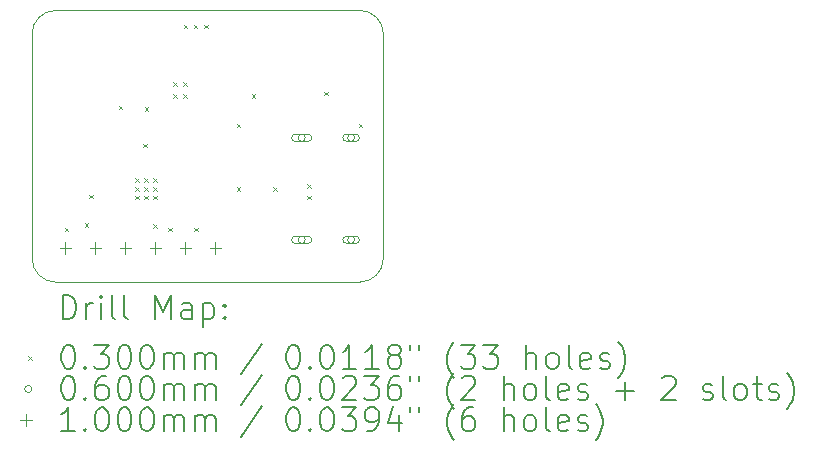
<source format=gbr>
%TF.GenerationSoftware,KiCad,Pcbnew,9.0.1*%
%TF.CreationDate,2025-04-15T14:17:50+12:00*%
%TF.ProjectId,ESPFlash,45535046-6c61-4736-982e-6b696361645f,rev?*%
%TF.SameCoordinates,Original*%
%TF.FileFunction,Drillmap*%
%TF.FilePolarity,Positive*%
%FSLAX45Y45*%
G04 Gerber Fmt 4.5, Leading zero omitted, Abs format (unit mm)*
G04 Created by KiCad (PCBNEW 9.0.1) date 2025-04-15 14:17:50*
%MOMM*%
%LPD*%
G01*
G04 APERTURE LIST*
%ADD10C,0.038100*%
%ADD11C,0.010000*%
%ADD12C,0.200000*%
%ADD13C,0.100000*%
G04 APERTURE END LIST*
D10*
X6675000Y-4225000D02*
G75*
G02*
X6475000Y-4425000I-200000J0D01*
G01*
X6475000Y-4425000D02*
X3900000Y-4425000D01*
X6675000Y-2325000D02*
X6675000Y-4225000D01*
X3700000Y-4225000D02*
X3700000Y-2325000D01*
X3900000Y-2125000D02*
X6475000Y-2125000D01*
X3700000Y-2325000D02*
G75*
G02*
X3900000Y-2125000I200000J0D01*
G01*
X3900000Y-4425000D02*
G75*
G02*
X3700000Y-4225000I0J200000D01*
G01*
X6475000Y-2125000D02*
G75*
G02*
X6675000Y-2325000I0J-200000D01*
G01*
D11*
X6361250Y-3173250D02*
X6441250Y-3173250D01*
X6361250Y-4037250D02*
X6441250Y-4037250D01*
X6441250Y-3233250D02*
X6361250Y-3233250D01*
X6441250Y-4097250D02*
X6361250Y-4097250D01*
X6331250Y-3203250D02*
G75*
G02*
X6361250Y-3173250I30000J0D01*
G01*
X6331250Y-4067250D02*
G75*
G02*
X6361250Y-4037250I30000J0D01*
G01*
X6361250Y-3233250D02*
G75*
G02*
X6331250Y-3203250I0J30000D01*
G01*
X6361250Y-4097250D02*
G75*
G02*
X6331250Y-4067250I0J30000D01*
G01*
X6441250Y-3173250D02*
G75*
G02*
X6471250Y-3203250I0J-30000D01*
G01*
X6441250Y-4037250D02*
G75*
G02*
X6471250Y-4067250I0J-30000D01*
G01*
X6471250Y-3203250D02*
G75*
G02*
X6441250Y-3233250I-30000J0D01*
G01*
X6471250Y-4067250D02*
G75*
G02*
X6441250Y-4097250I-30000J0D01*
G01*
D12*
D13*
X3975000Y-3965000D02*
X4005000Y-3995000D01*
X4005000Y-3965000D02*
X3975000Y-3995000D01*
X4145000Y-3925000D02*
X4175000Y-3955000D01*
X4175000Y-3925000D02*
X4145000Y-3955000D01*
X4185000Y-3685000D02*
X4215000Y-3715000D01*
X4215000Y-3685000D02*
X4185000Y-3715000D01*
X4432500Y-2932500D02*
X4462500Y-2962500D01*
X4462500Y-2932500D02*
X4432500Y-2962500D01*
X4575000Y-3545000D02*
X4605000Y-3575000D01*
X4605000Y-3545000D02*
X4575000Y-3575000D01*
X4575000Y-3620000D02*
X4605000Y-3650000D01*
X4605000Y-3620000D02*
X4575000Y-3650000D01*
X4575000Y-3695000D02*
X4605000Y-3725000D01*
X4605000Y-3695000D02*
X4575000Y-3725000D01*
X4640000Y-3252500D02*
X4670000Y-3282500D01*
X4670000Y-3252500D02*
X4640000Y-3282500D01*
X4650000Y-3545000D02*
X4680000Y-3575000D01*
X4680000Y-3545000D02*
X4650000Y-3575000D01*
X4650000Y-3695000D02*
X4680000Y-3725000D01*
X4680000Y-3695000D02*
X4650000Y-3725000D01*
X4651250Y-3620000D02*
X4681250Y-3650000D01*
X4681250Y-3620000D02*
X4651250Y-3650000D01*
X4656000Y-2947000D02*
X4686000Y-2977000D01*
X4686000Y-2947000D02*
X4656000Y-2977000D01*
X4725000Y-3545000D02*
X4755000Y-3575000D01*
X4755000Y-3545000D02*
X4725000Y-3575000D01*
X4725000Y-3620000D02*
X4755000Y-3650000D01*
X4755000Y-3620000D02*
X4725000Y-3650000D01*
X4725000Y-3695000D02*
X4755000Y-3725000D01*
X4755000Y-3695000D02*
X4725000Y-3725000D01*
X4727500Y-3935000D02*
X4757500Y-3965000D01*
X4757500Y-3935000D02*
X4727500Y-3965000D01*
X4855000Y-3965000D02*
X4885000Y-3995000D01*
X4885000Y-3965000D02*
X4855000Y-3995000D01*
X4895000Y-2735000D02*
X4925000Y-2765000D01*
X4925000Y-2735000D02*
X4895000Y-2765000D01*
X4895000Y-2832500D02*
X4925000Y-2862500D01*
X4925000Y-2832500D02*
X4895000Y-2862500D01*
X4982500Y-2735000D02*
X5012500Y-2765000D01*
X5012500Y-2735000D02*
X4982500Y-2765000D01*
X4982500Y-2832500D02*
X5012500Y-2862500D01*
X5012500Y-2832500D02*
X4982500Y-2862500D01*
X4985000Y-2245000D02*
X5015000Y-2275000D01*
X5015000Y-2245000D02*
X4985000Y-2275000D01*
X5070000Y-2245000D02*
X5100000Y-2275000D01*
X5100000Y-2245000D02*
X5070000Y-2275000D01*
X5075000Y-3965000D02*
X5105000Y-3995000D01*
X5105000Y-3965000D02*
X5075000Y-3995000D01*
X5157500Y-2245000D02*
X5187500Y-2275000D01*
X5187500Y-2245000D02*
X5157500Y-2275000D01*
X5435000Y-3085000D02*
X5465000Y-3115000D01*
X5465000Y-3085000D02*
X5435000Y-3115000D01*
X5435000Y-3620000D02*
X5465000Y-3650000D01*
X5465000Y-3620000D02*
X5435000Y-3650000D01*
X5560000Y-2835000D02*
X5590000Y-2865000D01*
X5590000Y-2835000D02*
X5560000Y-2865000D01*
X5740000Y-3622311D02*
X5770000Y-3652311D01*
X5770000Y-3622311D02*
X5740000Y-3652311D01*
X6030000Y-3595000D02*
X6060000Y-3625000D01*
X6060000Y-3595000D02*
X6030000Y-3625000D01*
X6030000Y-3695000D02*
X6060000Y-3725000D01*
X6060000Y-3695000D02*
X6030000Y-3725000D01*
X6175000Y-2815000D02*
X6205000Y-2845000D01*
X6205000Y-2815000D02*
X6175000Y-2845000D01*
X6465000Y-3085000D02*
X6495000Y-3115000D01*
X6495000Y-3085000D02*
X6465000Y-3115000D01*
X6013250Y-3203250D02*
G75*
G02*
X5953250Y-3203250I-30000J0D01*
G01*
X5953250Y-3203250D02*
G75*
G02*
X6013250Y-3203250I30000J0D01*
G01*
X5928250Y-3233250D02*
X6038250Y-3233250D01*
X6038250Y-3173250D02*
G75*
G02*
X6038250Y-3233250I0J-30000D01*
G01*
X6038250Y-3173250D02*
X5928250Y-3173250D01*
X5928250Y-3173250D02*
G75*
G03*
X5928250Y-3233250I0J-30000D01*
G01*
X6013250Y-4067250D02*
G75*
G02*
X5953250Y-4067250I-30000J0D01*
G01*
X5953250Y-4067250D02*
G75*
G02*
X6013250Y-4067250I30000J0D01*
G01*
X5928250Y-4097250D02*
X6038250Y-4097250D01*
X6038250Y-4037250D02*
G75*
G02*
X6038250Y-4097250I0J-30000D01*
G01*
X6038250Y-4037250D02*
X5928250Y-4037250D01*
X5928250Y-4037250D02*
G75*
G03*
X5928250Y-4097250I0J-30000D01*
G01*
X6431250Y-3203250D02*
G75*
G02*
X6371250Y-3203250I-30000J0D01*
G01*
X6371250Y-3203250D02*
G75*
G02*
X6431250Y-3203250I30000J0D01*
G01*
X6431250Y-4067250D02*
G75*
G02*
X6371250Y-4067250I-30000J0D01*
G01*
X6371250Y-4067250D02*
G75*
G02*
X6431250Y-4067250I30000J0D01*
G01*
X3983000Y-4085000D02*
X3983000Y-4185000D01*
X3933000Y-4135000D02*
X4033000Y-4135000D01*
X4237000Y-4085000D02*
X4237000Y-4185000D01*
X4187000Y-4135000D02*
X4287000Y-4135000D01*
X4491000Y-4085000D02*
X4491000Y-4185000D01*
X4441000Y-4135000D02*
X4541000Y-4135000D01*
X4745000Y-4085000D02*
X4745000Y-4185000D01*
X4695000Y-4135000D02*
X4795000Y-4135000D01*
X4999000Y-4085000D02*
X4999000Y-4185000D01*
X4949000Y-4135000D02*
X5049000Y-4135000D01*
X5253000Y-4085000D02*
X5253000Y-4185000D01*
X5203000Y-4135000D02*
X5303000Y-4135000D01*
D12*
X3958872Y-4738389D02*
X3958872Y-4538389D01*
X3958872Y-4538389D02*
X4006491Y-4538389D01*
X4006491Y-4538389D02*
X4035062Y-4547913D01*
X4035062Y-4547913D02*
X4054110Y-4566960D01*
X4054110Y-4566960D02*
X4063634Y-4586008D01*
X4063634Y-4586008D02*
X4073157Y-4624103D01*
X4073157Y-4624103D02*
X4073157Y-4652675D01*
X4073157Y-4652675D02*
X4063634Y-4690770D01*
X4063634Y-4690770D02*
X4054110Y-4709817D01*
X4054110Y-4709817D02*
X4035062Y-4728865D01*
X4035062Y-4728865D02*
X4006491Y-4738389D01*
X4006491Y-4738389D02*
X3958872Y-4738389D01*
X4158872Y-4738389D02*
X4158872Y-4605055D01*
X4158872Y-4643151D02*
X4168396Y-4624103D01*
X4168396Y-4624103D02*
X4177919Y-4614579D01*
X4177919Y-4614579D02*
X4196967Y-4605055D01*
X4196967Y-4605055D02*
X4216015Y-4605055D01*
X4282681Y-4738389D02*
X4282681Y-4605055D01*
X4282681Y-4538389D02*
X4273158Y-4547913D01*
X4273158Y-4547913D02*
X4282681Y-4557436D01*
X4282681Y-4557436D02*
X4292205Y-4547913D01*
X4292205Y-4547913D02*
X4282681Y-4538389D01*
X4282681Y-4538389D02*
X4282681Y-4557436D01*
X4406491Y-4738389D02*
X4387443Y-4728865D01*
X4387443Y-4728865D02*
X4377919Y-4709817D01*
X4377919Y-4709817D02*
X4377919Y-4538389D01*
X4511253Y-4738389D02*
X4492205Y-4728865D01*
X4492205Y-4728865D02*
X4482681Y-4709817D01*
X4482681Y-4709817D02*
X4482681Y-4538389D01*
X4739824Y-4738389D02*
X4739824Y-4538389D01*
X4739824Y-4538389D02*
X4806491Y-4681246D01*
X4806491Y-4681246D02*
X4873158Y-4538389D01*
X4873158Y-4538389D02*
X4873158Y-4738389D01*
X5054110Y-4738389D02*
X5054110Y-4633627D01*
X5054110Y-4633627D02*
X5044586Y-4614579D01*
X5044586Y-4614579D02*
X5025539Y-4605055D01*
X5025539Y-4605055D02*
X4987443Y-4605055D01*
X4987443Y-4605055D02*
X4968396Y-4614579D01*
X5054110Y-4728865D02*
X5035062Y-4738389D01*
X5035062Y-4738389D02*
X4987443Y-4738389D01*
X4987443Y-4738389D02*
X4968396Y-4728865D01*
X4968396Y-4728865D02*
X4958872Y-4709817D01*
X4958872Y-4709817D02*
X4958872Y-4690770D01*
X4958872Y-4690770D02*
X4968396Y-4671722D01*
X4968396Y-4671722D02*
X4987443Y-4662198D01*
X4987443Y-4662198D02*
X5035062Y-4662198D01*
X5035062Y-4662198D02*
X5054110Y-4652675D01*
X5149348Y-4605055D02*
X5149348Y-4805055D01*
X5149348Y-4614579D02*
X5168396Y-4605055D01*
X5168396Y-4605055D02*
X5206491Y-4605055D01*
X5206491Y-4605055D02*
X5225539Y-4614579D01*
X5225539Y-4614579D02*
X5235062Y-4624103D01*
X5235062Y-4624103D02*
X5244586Y-4643151D01*
X5244586Y-4643151D02*
X5244586Y-4700294D01*
X5244586Y-4700294D02*
X5235062Y-4719341D01*
X5235062Y-4719341D02*
X5225539Y-4728865D01*
X5225539Y-4728865D02*
X5206491Y-4738389D01*
X5206491Y-4738389D02*
X5168396Y-4738389D01*
X5168396Y-4738389D02*
X5149348Y-4728865D01*
X5330300Y-4719341D02*
X5339824Y-4728865D01*
X5339824Y-4728865D02*
X5330300Y-4738389D01*
X5330300Y-4738389D02*
X5320777Y-4728865D01*
X5320777Y-4728865D02*
X5330300Y-4719341D01*
X5330300Y-4719341D02*
X5330300Y-4738389D01*
X5330300Y-4614579D02*
X5339824Y-4624103D01*
X5339824Y-4624103D02*
X5330300Y-4633627D01*
X5330300Y-4633627D02*
X5320777Y-4624103D01*
X5320777Y-4624103D02*
X5330300Y-4614579D01*
X5330300Y-4614579D02*
X5330300Y-4633627D01*
D13*
X3668095Y-5051905D02*
X3698095Y-5081905D01*
X3698095Y-5051905D02*
X3668095Y-5081905D01*
D12*
X3996967Y-4958389D02*
X4016015Y-4958389D01*
X4016015Y-4958389D02*
X4035062Y-4967913D01*
X4035062Y-4967913D02*
X4044586Y-4977436D01*
X4044586Y-4977436D02*
X4054110Y-4996484D01*
X4054110Y-4996484D02*
X4063634Y-5034579D01*
X4063634Y-5034579D02*
X4063634Y-5082198D01*
X4063634Y-5082198D02*
X4054110Y-5120294D01*
X4054110Y-5120294D02*
X4044586Y-5139341D01*
X4044586Y-5139341D02*
X4035062Y-5148865D01*
X4035062Y-5148865D02*
X4016015Y-5158389D01*
X4016015Y-5158389D02*
X3996967Y-5158389D01*
X3996967Y-5158389D02*
X3977919Y-5148865D01*
X3977919Y-5148865D02*
X3968396Y-5139341D01*
X3968396Y-5139341D02*
X3958872Y-5120294D01*
X3958872Y-5120294D02*
X3949348Y-5082198D01*
X3949348Y-5082198D02*
X3949348Y-5034579D01*
X3949348Y-5034579D02*
X3958872Y-4996484D01*
X3958872Y-4996484D02*
X3968396Y-4977436D01*
X3968396Y-4977436D02*
X3977919Y-4967913D01*
X3977919Y-4967913D02*
X3996967Y-4958389D01*
X4149348Y-5139341D02*
X4158872Y-5148865D01*
X4158872Y-5148865D02*
X4149348Y-5158389D01*
X4149348Y-5158389D02*
X4139824Y-5148865D01*
X4139824Y-5148865D02*
X4149348Y-5139341D01*
X4149348Y-5139341D02*
X4149348Y-5158389D01*
X4225539Y-4958389D02*
X4349348Y-4958389D01*
X4349348Y-4958389D02*
X4282681Y-5034579D01*
X4282681Y-5034579D02*
X4311253Y-5034579D01*
X4311253Y-5034579D02*
X4330300Y-5044103D01*
X4330300Y-5044103D02*
X4339824Y-5053627D01*
X4339824Y-5053627D02*
X4349348Y-5072675D01*
X4349348Y-5072675D02*
X4349348Y-5120294D01*
X4349348Y-5120294D02*
X4339824Y-5139341D01*
X4339824Y-5139341D02*
X4330300Y-5148865D01*
X4330300Y-5148865D02*
X4311253Y-5158389D01*
X4311253Y-5158389D02*
X4254110Y-5158389D01*
X4254110Y-5158389D02*
X4235062Y-5148865D01*
X4235062Y-5148865D02*
X4225539Y-5139341D01*
X4473158Y-4958389D02*
X4492205Y-4958389D01*
X4492205Y-4958389D02*
X4511253Y-4967913D01*
X4511253Y-4967913D02*
X4520777Y-4977436D01*
X4520777Y-4977436D02*
X4530300Y-4996484D01*
X4530300Y-4996484D02*
X4539824Y-5034579D01*
X4539824Y-5034579D02*
X4539824Y-5082198D01*
X4539824Y-5082198D02*
X4530300Y-5120294D01*
X4530300Y-5120294D02*
X4520777Y-5139341D01*
X4520777Y-5139341D02*
X4511253Y-5148865D01*
X4511253Y-5148865D02*
X4492205Y-5158389D01*
X4492205Y-5158389D02*
X4473158Y-5158389D01*
X4473158Y-5158389D02*
X4454110Y-5148865D01*
X4454110Y-5148865D02*
X4444586Y-5139341D01*
X4444586Y-5139341D02*
X4435062Y-5120294D01*
X4435062Y-5120294D02*
X4425539Y-5082198D01*
X4425539Y-5082198D02*
X4425539Y-5034579D01*
X4425539Y-5034579D02*
X4435062Y-4996484D01*
X4435062Y-4996484D02*
X4444586Y-4977436D01*
X4444586Y-4977436D02*
X4454110Y-4967913D01*
X4454110Y-4967913D02*
X4473158Y-4958389D01*
X4663634Y-4958389D02*
X4682681Y-4958389D01*
X4682681Y-4958389D02*
X4701729Y-4967913D01*
X4701729Y-4967913D02*
X4711253Y-4977436D01*
X4711253Y-4977436D02*
X4720777Y-4996484D01*
X4720777Y-4996484D02*
X4730300Y-5034579D01*
X4730300Y-5034579D02*
X4730300Y-5082198D01*
X4730300Y-5082198D02*
X4720777Y-5120294D01*
X4720777Y-5120294D02*
X4711253Y-5139341D01*
X4711253Y-5139341D02*
X4701729Y-5148865D01*
X4701729Y-5148865D02*
X4682681Y-5158389D01*
X4682681Y-5158389D02*
X4663634Y-5158389D01*
X4663634Y-5158389D02*
X4644586Y-5148865D01*
X4644586Y-5148865D02*
X4635062Y-5139341D01*
X4635062Y-5139341D02*
X4625539Y-5120294D01*
X4625539Y-5120294D02*
X4616015Y-5082198D01*
X4616015Y-5082198D02*
X4616015Y-5034579D01*
X4616015Y-5034579D02*
X4625539Y-4996484D01*
X4625539Y-4996484D02*
X4635062Y-4977436D01*
X4635062Y-4977436D02*
X4644586Y-4967913D01*
X4644586Y-4967913D02*
X4663634Y-4958389D01*
X4816015Y-5158389D02*
X4816015Y-5025055D01*
X4816015Y-5044103D02*
X4825539Y-5034579D01*
X4825539Y-5034579D02*
X4844586Y-5025055D01*
X4844586Y-5025055D02*
X4873158Y-5025055D01*
X4873158Y-5025055D02*
X4892205Y-5034579D01*
X4892205Y-5034579D02*
X4901729Y-5053627D01*
X4901729Y-5053627D02*
X4901729Y-5158389D01*
X4901729Y-5053627D02*
X4911253Y-5034579D01*
X4911253Y-5034579D02*
X4930300Y-5025055D01*
X4930300Y-5025055D02*
X4958872Y-5025055D01*
X4958872Y-5025055D02*
X4977920Y-5034579D01*
X4977920Y-5034579D02*
X4987443Y-5053627D01*
X4987443Y-5053627D02*
X4987443Y-5158389D01*
X5082681Y-5158389D02*
X5082681Y-5025055D01*
X5082681Y-5044103D02*
X5092205Y-5034579D01*
X5092205Y-5034579D02*
X5111253Y-5025055D01*
X5111253Y-5025055D02*
X5139824Y-5025055D01*
X5139824Y-5025055D02*
X5158872Y-5034579D01*
X5158872Y-5034579D02*
X5168396Y-5053627D01*
X5168396Y-5053627D02*
X5168396Y-5158389D01*
X5168396Y-5053627D02*
X5177920Y-5034579D01*
X5177920Y-5034579D02*
X5196967Y-5025055D01*
X5196967Y-5025055D02*
X5225539Y-5025055D01*
X5225539Y-5025055D02*
X5244586Y-5034579D01*
X5244586Y-5034579D02*
X5254110Y-5053627D01*
X5254110Y-5053627D02*
X5254110Y-5158389D01*
X5644586Y-4948865D02*
X5473158Y-5206008D01*
X5901729Y-4958389D02*
X5920777Y-4958389D01*
X5920777Y-4958389D02*
X5939824Y-4967913D01*
X5939824Y-4967913D02*
X5949348Y-4977436D01*
X5949348Y-4977436D02*
X5958872Y-4996484D01*
X5958872Y-4996484D02*
X5968396Y-5034579D01*
X5968396Y-5034579D02*
X5968396Y-5082198D01*
X5968396Y-5082198D02*
X5958872Y-5120294D01*
X5958872Y-5120294D02*
X5949348Y-5139341D01*
X5949348Y-5139341D02*
X5939824Y-5148865D01*
X5939824Y-5148865D02*
X5920777Y-5158389D01*
X5920777Y-5158389D02*
X5901729Y-5158389D01*
X5901729Y-5158389D02*
X5882681Y-5148865D01*
X5882681Y-5148865D02*
X5873158Y-5139341D01*
X5873158Y-5139341D02*
X5863634Y-5120294D01*
X5863634Y-5120294D02*
X5854110Y-5082198D01*
X5854110Y-5082198D02*
X5854110Y-5034579D01*
X5854110Y-5034579D02*
X5863634Y-4996484D01*
X5863634Y-4996484D02*
X5873158Y-4977436D01*
X5873158Y-4977436D02*
X5882681Y-4967913D01*
X5882681Y-4967913D02*
X5901729Y-4958389D01*
X6054110Y-5139341D02*
X6063634Y-5148865D01*
X6063634Y-5148865D02*
X6054110Y-5158389D01*
X6054110Y-5158389D02*
X6044586Y-5148865D01*
X6044586Y-5148865D02*
X6054110Y-5139341D01*
X6054110Y-5139341D02*
X6054110Y-5158389D01*
X6187443Y-4958389D02*
X6206491Y-4958389D01*
X6206491Y-4958389D02*
X6225539Y-4967913D01*
X6225539Y-4967913D02*
X6235062Y-4977436D01*
X6235062Y-4977436D02*
X6244586Y-4996484D01*
X6244586Y-4996484D02*
X6254110Y-5034579D01*
X6254110Y-5034579D02*
X6254110Y-5082198D01*
X6254110Y-5082198D02*
X6244586Y-5120294D01*
X6244586Y-5120294D02*
X6235062Y-5139341D01*
X6235062Y-5139341D02*
X6225539Y-5148865D01*
X6225539Y-5148865D02*
X6206491Y-5158389D01*
X6206491Y-5158389D02*
X6187443Y-5158389D01*
X6187443Y-5158389D02*
X6168396Y-5148865D01*
X6168396Y-5148865D02*
X6158872Y-5139341D01*
X6158872Y-5139341D02*
X6149348Y-5120294D01*
X6149348Y-5120294D02*
X6139824Y-5082198D01*
X6139824Y-5082198D02*
X6139824Y-5034579D01*
X6139824Y-5034579D02*
X6149348Y-4996484D01*
X6149348Y-4996484D02*
X6158872Y-4977436D01*
X6158872Y-4977436D02*
X6168396Y-4967913D01*
X6168396Y-4967913D02*
X6187443Y-4958389D01*
X6444586Y-5158389D02*
X6330301Y-5158389D01*
X6387443Y-5158389D02*
X6387443Y-4958389D01*
X6387443Y-4958389D02*
X6368396Y-4986960D01*
X6368396Y-4986960D02*
X6349348Y-5006008D01*
X6349348Y-5006008D02*
X6330301Y-5015532D01*
X6635062Y-5158389D02*
X6520777Y-5158389D01*
X6577920Y-5158389D02*
X6577920Y-4958389D01*
X6577920Y-4958389D02*
X6558872Y-4986960D01*
X6558872Y-4986960D02*
X6539824Y-5006008D01*
X6539824Y-5006008D02*
X6520777Y-5015532D01*
X6749348Y-5044103D02*
X6730301Y-5034579D01*
X6730301Y-5034579D02*
X6720777Y-5025055D01*
X6720777Y-5025055D02*
X6711253Y-5006008D01*
X6711253Y-5006008D02*
X6711253Y-4996484D01*
X6711253Y-4996484D02*
X6720777Y-4977436D01*
X6720777Y-4977436D02*
X6730301Y-4967913D01*
X6730301Y-4967913D02*
X6749348Y-4958389D01*
X6749348Y-4958389D02*
X6787443Y-4958389D01*
X6787443Y-4958389D02*
X6806491Y-4967913D01*
X6806491Y-4967913D02*
X6816015Y-4977436D01*
X6816015Y-4977436D02*
X6825539Y-4996484D01*
X6825539Y-4996484D02*
X6825539Y-5006008D01*
X6825539Y-5006008D02*
X6816015Y-5025055D01*
X6816015Y-5025055D02*
X6806491Y-5034579D01*
X6806491Y-5034579D02*
X6787443Y-5044103D01*
X6787443Y-5044103D02*
X6749348Y-5044103D01*
X6749348Y-5044103D02*
X6730301Y-5053627D01*
X6730301Y-5053627D02*
X6720777Y-5063151D01*
X6720777Y-5063151D02*
X6711253Y-5082198D01*
X6711253Y-5082198D02*
X6711253Y-5120294D01*
X6711253Y-5120294D02*
X6720777Y-5139341D01*
X6720777Y-5139341D02*
X6730301Y-5148865D01*
X6730301Y-5148865D02*
X6749348Y-5158389D01*
X6749348Y-5158389D02*
X6787443Y-5158389D01*
X6787443Y-5158389D02*
X6806491Y-5148865D01*
X6806491Y-5148865D02*
X6816015Y-5139341D01*
X6816015Y-5139341D02*
X6825539Y-5120294D01*
X6825539Y-5120294D02*
X6825539Y-5082198D01*
X6825539Y-5082198D02*
X6816015Y-5063151D01*
X6816015Y-5063151D02*
X6806491Y-5053627D01*
X6806491Y-5053627D02*
X6787443Y-5044103D01*
X6901729Y-4958389D02*
X6901729Y-4996484D01*
X6977920Y-4958389D02*
X6977920Y-4996484D01*
X7273158Y-5234579D02*
X7263634Y-5225055D01*
X7263634Y-5225055D02*
X7244586Y-5196484D01*
X7244586Y-5196484D02*
X7235063Y-5177436D01*
X7235063Y-5177436D02*
X7225539Y-5148865D01*
X7225539Y-5148865D02*
X7216015Y-5101246D01*
X7216015Y-5101246D02*
X7216015Y-5063151D01*
X7216015Y-5063151D02*
X7225539Y-5015532D01*
X7225539Y-5015532D02*
X7235063Y-4986960D01*
X7235063Y-4986960D02*
X7244586Y-4967913D01*
X7244586Y-4967913D02*
X7263634Y-4939341D01*
X7263634Y-4939341D02*
X7273158Y-4929817D01*
X7330301Y-4958389D02*
X7454110Y-4958389D01*
X7454110Y-4958389D02*
X7387443Y-5034579D01*
X7387443Y-5034579D02*
X7416015Y-5034579D01*
X7416015Y-5034579D02*
X7435063Y-5044103D01*
X7435063Y-5044103D02*
X7444586Y-5053627D01*
X7444586Y-5053627D02*
X7454110Y-5072675D01*
X7454110Y-5072675D02*
X7454110Y-5120294D01*
X7454110Y-5120294D02*
X7444586Y-5139341D01*
X7444586Y-5139341D02*
X7435063Y-5148865D01*
X7435063Y-5148865D02*
X7416015Y-5158389D01*
X7416015Y-5158389D02*
X7358872Y-5158389D01*
X7358872Y-5158389D02*
X7339824Y-5148865D01*
X7339824Y-5148865D02*
X7330301Y-5139341D01*
X7520777Y-4958389D02*
X7644586Y-4958389D01*
X7644586Y-4958389D02*
X7577920Y-5034579D01*
X7577920Y-5034579D02*
X7606491Y-5034579D01*
X7606491Y-5034579D02*
X7625539Y-5044103D01*
X7625539Y-5044103D02*
X7635063Y-5053627D01*
X7635063Y-5053627D02*
X7644586Y-5072675D01*
X7644586Y-5072675D02*
X7644586Y-5120294D01*
X7644586Y-5120294D02*
X7635063Y-5139341D01*
X7635063Y-5139341D02*
X7625539Y-5148865D01*
X7625539Y-5148865D02*
X7606491Y-5158389D01*
X7606491Y-5158389D02*
X7549348Y-5158389D01*
X7549348Y-5158389D02*
X7530301Y-5148865D01*
X7530301Y-5148865D02*
X7520777Y-5139341D01*
X7882682Y-5158389D02*
X7882682Y-4958389D01*
X7968396Y-5158389D02*
X7968396Y-5053627D01*
X7968396Y-5053627D02*
X7958872Y-5034579D01*
X7958872Y-5034579D02*
X7939825Y-5025055D01*
X7939825Y-5025055D02*
X7911253Y-5025055D01*
X7911253Y-5025055D02*
X7892205Y-5034579D01*
X7892205Y-5034579D02*
X7882682Y-5044103D01*
X8092205Y-5158389D02*
X8073158Y-5148865D01*
X8073158Y-5148865D02*
X8063634Y-5139341D01*
X8063634Y-5139341D02*
X8054110Y-5120294D01*
X8054110Y-5120294D02*
X8054110Y-5063151D01*
X8054110Y-5063151D02*
X8063634Y-5044103D01*
X8063634Y-5044103D02*
X8073158Y-5034579D01*
X8073158Y-5034579D02*
X8092205Y-5025055D01*
X8092205Y-5025055D02*
X8120777Y-5025055D01*
X8120777Y-5025055D02*
X8139825Y-5034579D01*
X8139825Y-5034579D02*
X8149348Y-5044103D01*
X8149348Y-5044103D02*
X8158872Y-5063151D01*
X8158872Y-5063151D02*
X8158872Y-5120294D01*
X8158872Y-5120294D02*
X8149348Y-5139341D01*
X8149348Y-5139341D02*
X8139825Y-5148865D01*
X8139825Y-5148865D02*
X8120777Y-5158389D01*
X8120777Y-5158389D02*
X8092205Y-5158389D01*
X8273158Y-5158389D02*
X8254110Y-5148865D01*
X8254110Y-5148865D02*
X8244586Y-5129817D01*
X8244586Y-5129817D02*
X8244586Y-4958389D01*
X8425539Y-5148865D02*
X8406491Y-5158389D01*
X8406491Y-5158389D02*
X8368396Y-5158389D01*
X8368396Y-5158389D02*
X8349348Y-5148865D01*
X8349348Y-5148865D02*
X8339825Y-5129817D01*
X8339825Y-5129817D02*
X8339825Y-5053627D01*
X8339825Y-5053627D02*
X8349348Y-5034579D01*
X8349348Y-5034579D02*
X8368396Y-5025055D01*
X8368396Y-5025055D02*
X8406491Y-5025055D01*
X8406491Y-5025055D02*
X8425539Y-5034579D01*
X8425539Y-5034579D02*
X8435063Y-5053627D01*
X8435063Y-5053627D02*
X8435063Y-5072675D01*
X8435063Y-5072675D02*
X8339825Y-5091722D01*
X8511253Y-5148865D02*
X8530301Y-5158389D01*
X8530301Y-5158389D02*
X8568396Y-5158389D01*
X8568396Y-5158389D02*
X8587444Y-5148865D01*
X8587444Y-5148865D02*
X8596968Y-5129817D01*
X8596968Y-5129817D02*
X8596968Y-5120294D01*
X8596968Y-5120294D02*
X8587444Y-5101246D01*
X8587444Y-5101246D02*
X8568396Y-5091722D01*
X8568396Y-5091722D02*
X8539825Y-5091722D01*
X8539825Y-5091722D02*
X8520777Y-5082198D01*
X8520777Y-5082198D02*
X8511253Y-5063151D01*
X8511253Y-5063151D02*
X8511253Y-5053627D01*
X8511253Y-5053627D02*
X8520777Y-5034579D01*
X8520777Y-5034579D02*
X8539825Y-5025055D01*
X8539825Y-5025055D02*
X8568396Y-5025055D01*
X8568396Y-5025055D02*
X8587444Y-5034579D01*
X8663634Y-5234579D02*
X8673158Y-5225055D01*
X8673158Y-5225055D02*
X8692206Y-5196484D01*
X8692206Y-5196484D02*
X8701729Y-5177436D01*
X8701729Y-5177436D02*
X8711253Y-5148865D01*
X8711253Y-5148865D02*
X8720777Y-5101246D01*
X8720777Y-5101246D02*
X8720777Y-5063151D01*
X8720777Y-5063151D02*
X8711253Y-5015532D01*
X8711253Y-5015532D02*
X8701729Y-4986960D01*
X8701729Y-4986960D02*
X8692206Y-4967913D01*
X8692206Y-4967913D02*
X8673158Y-4939341D01*
X8673158Y-4939341D02*
X8663634Y-4929817D01*
D13*
X3698095Y-5330905D02*
G75*
G02*
X3638095Y-5330905I-30000J0D01*
G01*
X3638095Y-5330905D02*
G75*
G02*
X3698095Y-5330905I30000J0D01*
G01*
D12*
X3996967Y-5222389D02*
X4016015Y-5222389D01*
X4016015Y-5222389D02*
X4035062Y-5231913D01*
X4035062Y-5231913D02*
X4044586Y-5241436D01*
X4044586Y-5241436D02*
X4054110Y-5260484D01*
X4054110Y-5260484D02*
X4063634Y-5298579D01*
X4063634Y-5298579D02*
X4063634Y-5346198D01*
X4063634Y-5346198D02*
X4054110Y-5384294D01*
X4054110Y-5384294D02*
X4044586Y-5403341D01*
X4044586Y-5403341D02*
X4035062Y-5412865D01*
X4035062Y-5412865D02*
X4016015Y-5422389D01*
X4016015Y-5422389D02*
X3996967Y-5422389D01*
X3996967Y-5422389D02*
X3977919Y-5412865D01*
X3977919Y-5412865D02*
X3968396Y-5403341D01*
X3968396Y-5403341D02*
X3958872Y-5384294D01*
X3958872Y-5384294D02*
X3949348Y-5346198D01*
X3949348Y-5346198D02*
X3949348Y-5298579D01*
X3949348Y-5298579D02*
X3958872Y-5260484D01*
X3958872Y-5260484D02*
X3968396Y-5241436D01*
X3968396Y-5241436D02*
X3977919Y-5231913D01*
X3977919Y-5231913D02*
X3996967Y-5222389D01*
X4149348Y-5403341D02*
X4158872Y-5412865D01*
X4158872Y-5412865D02*
X4149348Y-5422389D01*
X4149348Y-5422389D02*
X4139824Y-5412865D01*
X4139824Y-5412865D02*
X4149348Y-5403341D01*
X4149348Y-5403341D02*
X4149348Y-5422389D01*
X4330300Y-5222389D02*
X4292205Y-5222389D01*
X4292205Y-5222389D02*
X4273158Y-5231913D01*
X4273158Y-5231913D02*
X4263634Y-5241436D01*
X4263634Y-5241436D02*
X4244586Y-5270008D01*
X4244586Y-5270008D02*
X4235062Y-5308103D01*
X4235062Y-5308103D02*
X4235062Y-5384294D01*
X4235062Y-5384294D02*
X4244586Y-5403341D01*
X4244586Y-5403341D02*
X4254110Y-5412865D01*
X4254110Y-5412865D02*
X4273158Y-5422389D01*
X4273158Y-5422389D02*
X4311253Y-5422389D01*
X4311253Y-5422389D02*
X4330300Y-5412865D01*
X4330300Y-5412865D02*
X4339824Y-5403341D01*
X4339824Y-5403341D02*
X4349348Y-5384294D01*
X4349348Y-5384294D02*
X4349348Y-5336675D01*
X4349348Y-5336675D02*
X4339824Y-5317627D01*
X4339824Y-5317627D02*
X4330300Y-5308103D01*
X4330300Y-5308103D02*
X4311253Y-5298579D01*
X4311253Y-5298579D02*
X4273158Y-5298579D01*
X4273158Y-5298579D02*
X4254110Y-5308103D01*
X4254110Y-5308103D02*
X4244586Y-5317627D01*
X4244586Y-5317627D02*
X4235062Y-5336675D01*
X4473158Y-5222389D02*
X4492205Y-5222389D01*
X4492205Y-5222389D02*
X4511253Y-5231913D01*
X4511253Y-5231913D02*
X4520777Y-5241436D01*
X4520777Y-5241436D02*
X4530300Y-5260484D01*
X4530300Y-5260484D02*
X4539824Y-5298579D01*
X4539824Y-5298579D02*
X4539824Y-5346198D01*
X4539824Y-5346198D02*
X4530300Y-5384294D01*
X4530300Y-5384294D02*
X4520777Y-5403341D01*
X4520777Y-5403341D02*
X4511253Y-5412865D01*
X4511253Y-5412865D02*
X4492205Y-5422389D01*
X4492205Y-5422389D02*
X4473158Y-5422389D01*
X4473158Y-5422389D02*
X4454110Y-5412865D01*
X4454110Y-5412865D02*
X4444586Y-5403341D01*
X4444586Y-5403341D02*
X4435062Y-5384294D01*
X4435062Y-5384294D02*
X4425539Y-5346198D01*
X4425539Y-5346198D02*
X4425539Y-5298579D01*
X4425539Y-5298579D02*
X4435062Y-5260484D01*
X4435062Y-5260484D02*
X4444586Y-5241436D01*
X4444586Y-5241436D02*
X4454110Y-5231913D01*
X4454110Y-5231913D02*
X4473158Y-5222389D01*
X4663634Y-5222389D02*
X4682681Y-5222389D01*
X4682681Y-5222389D02*
X4701729Y-5231913D01*
X4701729Y-5231913D02*
X4711253Y-5241436D01*
X4711253Y-5241436D02*
X4720777Y-5260484D01*
X4720777Y-5260484D02*
X4730300Y-5298579D01*
X4730300Y-5298579D02*
X4730300Y-5346198D01*
X4730300Y-5346198D02*
X4720777Y-5384294D01*
X4720777Y-5384294D02*
X4711253Y-5403341D01*
X4711253Y-5403341D02*
X4701729Y-5412865D01*
X4701729Y-5412865D02*
X4682681Y-5422389D01*
X4682681Y-5422389D02*
X4663634Y-5422389D01*
X4663634Y-5422389D02*
X4644586Y-5412865D01*
X4644586Y-5412865D02*
X4635062Y-5403341D01*
X4635062Y-5403341D02*
X4625539Y-5384294D01*
X4625539Y-5384294D02*
X4616015Y-5346198D01*
X4616015Y-5346198D02*
X4616015Y-5298579D01*
X4616015Y-5298579D02*
X4625539Y-5260484D01*
X4625539Y-5260484D02*
X4635062Y-5241436D01*
X4635062Y-5241436D02*
X4644586Y-5231913D01*
X4644586Y-5231913D02*
X4663634Y-5222389D01*
X4816015Y-5422389D02*
X4816015Y-5289055D01*
X4816015Y-5308103D02*
X4825539Y-5298579D01*
X4825539Y-5298579D02*
X4844586Y-5289055D01*
X4844586Y-5289055D02*
X4873158Y-5289055D01*
X4873158Y-5289055D02*
X4892205Y-5298579D01*
X4892205Y-5298579D02*
X4901729Y-5317627D01*
X4901729Y-5317627D02*
X4901729Y-5422389D01*
X4901729Y-5317627D02*
X4911253Y-5298579D01*
X4911253Y-5298579D02*
X4930300Y-5289055D01*
X4930300Y-5289055D02*
X4958872Y-5289055D01*
X4958872Y-5289055D02*
X4977920Y-5298579D01*
X4977920Y-5298579D02*
X4987443Y-5317627D01*
X4987443Y-5317627D02*
X4987443Y-5422389D01*
X5082681Y-5422389D02*
X5082681Y-5289055D01*
X5082681Y-5308103D02*
X5092205Y-5298579D01*
X5092205Y-5298579D02*
X5111253Y-5289055D01*
X5111253Y-5289055D02*
X5139824Y-5289055D01*
X5139824Y-5289055D02*
X5158872Y-5298579D01*
X5158872Y-5298579D02*
X5168396Y-5317627D01*
X5168396Y-5317627D02*
X5168396Y-5422389D01*
X5168396Y-5317627D02*
X5177920Y-5298579D01*
X5177920Y-5298579D02*
X5196967Y-5289055D01*
X5196967Y-5289055D02*
X5225539Y-5289055D01*
X5225539Y-5289055D02*
X5244586Y-5298579D01*
X5244586Y-5298579D02*
X5254110Y-5317627D01*
X5254110Y-5317627D02*
X5254110Y-5422389D01*
X5644586Y-5212865D02*
X5473158Y-5470008D01*
X5901729Y-5222389D02*
X5920777Y-5222389D01*
X5920777Y-5222389D02*
X5939824Y-5231913D01*
X5939824Y-5231913D02*
X5949348Y-5241436D01*
X5949348Y-5241436D02*
X5958872Y-5260484D01*
X5958872Y-5260484D02*
X5968396Y-5298579D01*
X5968396Y-5298579D02*
X5968396Y-5346198D01*
X5968396Y-5346198D02*
X5958872Y-5384294D01*
X5958872Y-5384294D02*
X5949348Y-5403341D01*
X5949348Y-5403341D02*
X5939824Y-5412865D01*
X5939824Y-5412865D02*
X5920777Y-5422389D01*
X5920777Y-5422389D02*
X5901729Y-5422389D01*
X5901729Y-5422389D02*
X5882681Y-5412865D01*
X5882681Y-5412865D02*
X5873158Y-5403341D01*
X5873158Y-5403341D02*
X5863634Y-5384294D01*
X5863634Y-5384294D02*
X5854110Y-5346198D01*
X5854110Y-5346198D02*
X5854110Y-5298579D01*
X5854110Y-5298579D02*
X5863634Y-5260484D01*
X5863634Y-5260484D02*
X5873158Y-5241436D01*
X5873158Y-5241436D02*
X5882681Y-5231913D01*
X5882681Y-5231913D02*
X5901729Y-5222389D01*
X6054110Y-5403341D02*
X6063634Y-5412865D01*
X6063634Y-5412865D02*
X6054110Y-5422389D01*
X6054110Y-5422389D02*
X6044586Y-5412865D01*
X6044586Y-5412865D02*
X6054110Y-5403341D01*
X6054110Y-5403341D02*
X6054110Y-5422389D01*
X6187443Y-5222389D02*
X6206491Y-5222389D01*
X6206491Y-5222389D02*
X6225539Y-5231913D01*
X6225539Y-5231913D02*
X6235062Y-5241436D01*
X6235062Y-5241436D02*
X6244586Y-5260484D01*
X6244586Y-5260484D02*
X6254110Y-5298579D01*
X6254110Y-5298579D02*
X6254110Y-5346198D01*
X6254110Y-5346198D02*
X6244586Y-5384294D01*
X6244586Y-5384294D02*
X6235062Y-5403341D01*
X6235062Y-5403341D02*
X6225539Y-5412865D01*
X6225539Y-5412865D02*
X6206491Y-5422389D01*
X6206491Y-5422389D02*
X6187443Y-5422389D01*
X6187443Y-5422389D02*
X6168396Y-5412865D01*
X6168396Y-5412865D02*
X6158872Y-5403341D01*
X6158872Y-5403341D02*
X6149348Y-5384294D01*
X6149348Y-5384294D02*
X6139824Y-5346198D01*
X6139824Y-5346198D02*
X6139824Y-5298579D01*
X6139824Y-5298579D02*
X6149348Y-5260484D01*
X6149348Y-5260484D02*
X6158872Y-5241436D01*
X6158872Y-5241436D02*
X6168396Y-5231913D01*
X6168396Y-5231913D02*
X6187443Y-5222389D01*
X6330301Y-5241436D02*
X6339824Y-5231913D01*
X6339824Y-5231913D02*
X6358872Y-5222389D01*
X6358872Y-5222389D02*
X6406491Y-5222389D01*
X6406491Y-5222389D02*
X6425539Y-5231913D01*
X6425539Y-5231913D02*
X6435062Y-5241436D01*
X6435062Y-5241436D02*
X6444586Y-5260484D01*
X6444586Y-5260484D02*
X6444586Y-5279532D01*
X6444586Y-5279532D02*
X6435062Y-5308103D01*
X6435062Y-5308103D02*
X6320777Y-5422389D01*
X6320777Y-5422389D02*
X6444586Y-5422389D01*
X6511253Y-5222389D02*
X6635062Y-5222389D01*
X6635062Y-5222389D02*
X6568396Y-5298579D01*
X6568396Y-5298579D02*
X6596967Y-5298579D01*
X6596967Y-5298579D02*
X6616015Y-5308103D01*
X6616015Y-5308103D02*
X6625539Y-5317627D01*
X6625539Y-5317627D02*
X6635062Y-5336675D01*
X6635062Y-5336675D02*
X6635062Y-5384294D01*
X6635062Y-5384294D02*
X6625539Y-5403341D01*
X6625539Y-5403341D02*
X6616015Y-5412865D01*
X6616015Y-5412865D02*
X6596967Y-5422389D01*
X6596967Y-5422389D02*
X6539824Y-5422389D01*
X6539824Y-5422389D02*
X6520777Y-5412865D01*
X6520777Y-5412865D02*
X6511253Y-5403341D01*
X6806491Y-5222389D02*
X6768396Y-5222389D01*
X6768396Y-5222389D02*
X6749348Y-5231913D01*
X6749348Y-5231913D02*
X6739824Y-5241436D01*
X6739824Y-5241436D02*
X6720777Y-5270008D01*
X6720777Y-5270008D02*
X6711253Y-5308103D01*
X6711253Y-5308103D02*
X6711253Y-5384294D01*
X6711253Y-5384294D02*
X6720777Y-5403341D01*
X6720777Y-5403341D02*
X6730301Y-5412865D01*
X6730301Y-5412865D02*
X6749348Y-5422389D01*
X6749348Y-5422389D02*
X6787443Y-5422389D01*
X6787443Y-5422389D02*
X6806491Y-5412865D01*
X6806491Y-5412865D02*
X6816015Y-5403341D01*
X6816015Y-5403341D02*
X6825539Y-5384294D01*
X6825539Y-5384294D02*
X6825539Y-5336675D01*
X6825539Y-5336675D02*
X6816015Y-5317627D01*
X6816015Y-5317627D02*
X6806491Y-5308103D01*
X6806491Y-5308103D02*
X6787443Y-5298579D01*
X6787443Y-5298579D02*
X6749348Y-5298579D01*
X6749348Y-5298579D02*
X6730301Y-5308103D01*
X6730301Y-5308103D02*
X6720777Y-5317627D01*
X6720777Y-5317627D02*
X6711253Y-5336675D01*
X6901729Y-5222389D02*
X6901729Y-5260484D01*
X6977920Y-5222389D02*
X6977920Y-5260484D01*
X7273158Y-5498579D02*
X7263634Y-5489055D01*
X7263634Y-5489055D02*
X7244586Y-5460484D01*
X7244586Y-5460484D02*
X7235063Y-5441436D01*
X7235063Y-5441436D02*
X7225539Y-5412865D01*
X7225539Y-5412865D02*
X7216015Y-5365246D01*
X7216015Y-5365246D02*
X7216015Y-5327151D01*
X7216015Y-5327151D02*
X7225539Y-5279532D01*
X7225539Y-5279532D02*
X7235063Y-5250960D01*
X7235063Y-5250960D02*
X7244586Y-5231913D01*
X7244586Y-5231913D02*
X7263634Y-5203341D01*
X7263634Y-5203341D02*
X7273158Y-5193817D01*
X7339824Y-5241436D02*
X7349348Y-5231913D01*
X7349348Y-5231913D02*
X7368396Y-5222389D01*
X7368396Y-5222389D02*
X7416015Y-5222389D01*
X7416015Y-5222389D02*
X7435063Y-5231913D01*
X7435063Y-5231913D02*
X7444586Y-5241436D01*
X7444586Y-5241436D02*
X7454110Y-5260484D01*
X7454110Y-5260484D02*
X7454110Y-5279532D01*
X7454110Y-5279532D02*
X7444586Y-5308103D01*
X7444586Y-5308103D02*
X7330301Y-5422389D01*
X7330301Y-5422389D02*
X7454110Y-5422389D01*
X7692205Y-5422389D02*
X7692205Y-5222389D01*
X7777920Y-5422389D02*
X7777920Y-5317627D01*
X7777920Y-5317627D02*
X7768396Y-5298579D01*
X7768396Y-5298579D02*
X7749348Y-5289055D01*
X7749348Y-5289055D02*
X7720777Y-5289055D01*
X7720777Y-5289055D02*
X7701729Y-5298579D01*
X7701729Y-5298579D02*
X7692205Y-5308103D01*
X7901729Y-5422389D02*
X7882682Y-5412865D01*
X7882682Y-5412865D02*
X7873158Y-5403341D01*
X7873158Y-5403341D02*
X7863634Y-5384294D01*
X7863634Y-5384294D02*
X7863634Y-5327151D01*
X7863634Y-5327151D02*
X7873158Y-5308103D01*
X7873158Y-5308103D02*
X7882682Y-5298579D01*
X7882682Y-5298579D02*
X7901729Y-5289055D01*
X7901729Y-5289055D02*
X7930301Y-5289055D01*
X7930301Y-5289055D02*
X7949348Y-5298579D01*
X7949348Y-5298579D02*
X7958872Y-5308103D01*
X7958872Y-5308103D02*
X7968396Y-5327151D01*
X7968396Y-5327151D02*
X7968396Y-5384294D01*
X7968396Y-5384294D02*
X7958872Y-5403341D01*
X7958872Y-5403341D02*
X7949348Y-5412865D01*
X7949348Y-5412865D02*
X7930301Y-5422389D01*
X7930301Y-5422389D02*
X7901729Y-5422389D01*
X8082682Y-5422389D02*
X8063634Y-5412865D01*
X8063634Y-5412865D02*
X8054110Y-5393817D01*
X8054110Y-5393817D02*
X8054110Y-5222389D01*
X8235063Y-5412865D02*
X8216015Y-5422389D01*
X8216015Y-5422389D02*
X8177920Y-5422389D01*
X8177920Y-5422389D02*
X8158872Y-5412865D01*
X8158872Y-5412865D02*
X8149348Y-5393817D01*
X8149348Y-5393817D02*
X8149348Y-5317627D01*
X8149348Y-5317627D02*
X8158872Y-5298579D01*
X8158872Y-5298579D02*
X8177920Y-5289055D01*
X8177920Y-5289055D02*
X8216015Y-5289055D01*
X8216015Y-5289055D02*
X8235063Y-5298579D01*
X8235063Y-5298579D02*
X8244586Y-5317627D01*
X8244586Y-5317627D02*
X8244586Y-5336675D01*
X8244586Y-5336675D02*
X8149348Y-5355722D01*
X8320777Y-5412865D02*
X8339825Y-5422389D01*
X8339825Y-5422389D02*
X8377920Y-5422389D01*
X8377920Y-5422389D02*
X8396968Y-5412865D01*
X8396968Y-5412865D02*
X8406491Y-5393817D01*
X8406491Y-5393817D02*
X8406491Y-5384294D01*
X8406491Y-5384294D02*
X8396968Y-5365246D01*
X8396968Y-5365246D02*
X8377920Y-5355722D01*
X8377920Y-5355722D02*
X8349348Y-5355722D01*
X8349348Y-5355722D02*
X8330301Y-5346198D01*
X8330301Y-5346198D02*
X8320777Y-5327151D01*
X8320777Y-5327151D02*
X8320777Y-5317627D01*
X8320777Y-5317627D02*
X8330301Y-5298579D01*
X8330301Y-5298579D02*
X8349348Y-5289055D01*
X8349348Y-5289055D02*
X8377920Y-5289055D01*
X8377920Y-5289055D02*
X8396968Y-5298579D01*
X8644587Y-5346198D02*
X8796968Y-5346198D01*
X8720777Y-5422389D02*
X8720777Y-5270008D01*
X9035063Y-5241436D02*
X9044587Y-5231913D01*
X9044587Y-5231913D02*
X9063634Y-5222389D01*
X9063634Y-5222389D02*
X9111253Y-5222389D01*
X9111253Y-5222389D02*
X9130301Y-5231913D01*
X9130301Y-5231913D02*
X9139825Y-5241436D01*
X9139825Y-5241436D02*
X9149349Y-5260484D01*
X9149349Y-5260484D02*
X9149349Y-5279532D01*
X9149349Y-5279532D02*
X9139825Y-5308103D01*
X9139825Y-5308103D02*
X9025539Y-5422389D01*
X9025539Y-5422389D02*
X9149349Y-5422389D01*
X9377920Y-5412865D02*
X9396968Y-5422389D01*
X9396968Y-5422389D02*
X9435063Y-5422389D01*
X9435063Y-5422389D02*
X9454111Y-5412865D01*
X9454111Y-5412865D02*
X9463634Y-5393817D01*
X9463634Y-5393817D02*
X9463634Y-5384294D01*
X9463634Y-5384294D02*
X9454111Y-5365246D01*
X9454111Y-5365246D02*
X9435063Y-5355722D01*
X9435063Y-5355722D02*
X9406491Y-5355722D01*
X9406491Y-5355722D02*
X9387444Y-5346198D01*
X9387444Y-5346198D02*
X9377920Y-5327151D01*
X9377920Y-5327151D02*
X9377920Y-5317627D01*
X9377920Y-5317627D02*
X9387444Y-5298579D01*
X9387444Y-5298579D02*
X9406491Y-5289055D01*
X9406491Y-5289055D02*
X9435063Y-5289055D01*
X9435063Y-5289055D02*
X9454111Y-5298579D01*
X9577920Y-5422389D02*
X9558872Y-5412865D01*
X9558872Y-5412865D02*
X9549349Y-5393817D01*
X9549349Y-5393817D02*
X9549349Y-5222389D01*
X9682682Y-5422389D02*
X9663634Y-5412865D01*
X9663634Y-5412865D02*
X9654111Y-5403341D01*
X9654111Y-5403341D02*
X9644587Y-5384294D01*
X9644587Y-5384294D02*
X9644587Y-5327151D01*
X9644587Y-5327151D02*
X9654111Y-5308103D01*
X9654111Y-5308103D02*
X9663634Y-5298579D01*
X9663634Y-5298579D02*
X9682682Y-5289055D01*
X9682682Y-5289055D02*
X9711253Y-5289055D01*
X9711253Y-5289055D02*
X9730301Y-5298579D01*
X9730301Y-5298579D02*
X9739825Y-5308103D01*
X9739825Y-5308103D02*
X9749349Y-5327151D01*
X9749349Y-5327151D02*
X9749349Y-5384294D01*
X9749349Y-5384294D02*
X9739825Y-5403341D01*
X9739825Y-5403341D02*
X9730301Y-5412865D01*
X9730301Y-5412865D02*
X9711253Y-5422389D01*
X9711253Y-5422389D02*
X9682682Y-5422389D01*
X9806492Y-5289055D02*
X9882682Y-5289055D01*
X9835063Y-5222389D02*
X9835063Y-5393817D01*
X9835063Y-5393817D02*
X9844587Y-5412865D01*
X9844587Y-5412865D02*
X9863634Y-5422389D01*
X9863634Y-5422389D02*
X9882682Y-5422389D01*
X9939825Y-5412865D02*
X9958872Y-5422389D01*
X9958872Y-5422389D02*
X9996968Y-5422389D01*
X9996968Y-5422389D02*
X10016015Y-5412865D01*
X10016015Y-5412865D02*
X10025539Y-5393817D01*
X10025539Y-5393817D02*
X10025539Y-5384294D01*
X10025539Y-5384294D02*
X10016015Y-5365246D01*
X10016015Y-5365246D02*
X9996968Y-5355722D01*
X9996968Y-5355722D02*
X9968396Y-5355722D01*
X9968396Y-5355722D02*
X9949349Y-5346198D01*
X9949349Y-5346198D02*
X9939825Y-5327151D01*
X9939825Y-5327151D02*
X9939825Y-5317627D01*
X9939825Y-5317627D02*
X9949349Y-5298579D01*
X9949349Y-5298579D02*
X9968396Y-5289055D01*
X9968396Y-5289055D02*
X9996968Y-5289055D01*
X9996968Y-5289055D02*
X10016015Y-5298579D01*
X10092206Y-5498579D02*
X10101730Y-5489055D01*
X10101730Y-5489055D02*
X10120777Y-5460484D01*
X10120777Y-5460484D02*
X10130301Y-5441436D01*
X10130301Y-5441436D02*
X10139825Y-5412865D01*
X10139825Y-5412865D02*
X10149349Y-5365246D01*
X10149349Y-5365246D02*
X10149349Y-5327151D01*
X10149349Y-5327151D02*
X10139825Y-5279532D01*
X10139825Y-5279532D02*
X10130301Y-5250960D01*
X10130301Y-5250960D02*
X10120777Y-5231913D01*
X10120777Y-5231913D02*
X10101730Y-5203341D01*
X10101730Y-5203341D02*
X10092206Y-5193817D01*
D13*
X3648095Y-5544905D02*
X3648095Y-5644905D01*
X3598095Y-5594905D02*
X3698095Y-5594905D01*
D12*
X4063634Y-5686389D02*
X3949348Y-5686389D01*
X4006491Y-5686389D02*
X4006491Y-5486389D01*
X4006491Y-5486389D02*
X3987443Y-5514960D01*
X3987443Y-5514960D02*
X3968396Y-5534008D01*
X3968396Y-5534008D02*
X3949348Y-5543532D01*
X4149348Y-5667341D02*
X4158872Y-5676865D01*
X4158872Y-5676865D02*
X4149348Y-5686389D01*
X4149348Y-5686389D02*
X4139824Y-5676865D01*
X4139824Y-5676865D02*
X4149348Y-5667341D01*
X4149348Y-5667341D02*
X4149348Y-5686389D01*
X4282681Y-5486389D02*
X4301729Y-5486389D01*
X4301729Y-5486389D02*
X4320777Y-5495913D01*
X4320777Y-5495913D02*
X4330300Y-5505436D01*
X4330300Y-5505436D02*
X4339824Y-5524484D01*
X4339824Y-5524484D02*
X4349348Y-5562579D01*
X4349348Y-5562579D02*
X4349348Y-5610198D01*
X4349348Y-5610198D02*
X4339824Y-5648293D01*
X4339824Y-5648293D02*
X4330300Y-5667341D01*
X4330300Y-5667341D02*
X4320777Y-5676865D01*
X4320777Y-5676865D02*
X4301729Y-5686389D01*
X4301729Y-5686389D02*
X4282681Y-5686389D01*
X4282681Y-5686389D02*
X4263634Y-5676865D01*
X4263634Y-5676865D02*
X4254110Y-5667341D01*
X4254110Y-5667341D02*
X4244586Y-5648293D01*
X4244586Y-5648293D02*
X4235062Y-5610198D01*
X4235062Y-5610198D02*
X4235062Y-5562579D01*
X4235062Y-5562579D02*
X4244586Y-5524484D01*
X4244586Y-5524484D02*
X4254110Y-5505436D01*
X4254110Y-5505436D02*
X4263634Y-5495913D01*
X4263634Y-5495913D02*
X4282681Y-5486389D01*
X4473158Y-5486389D02*
X4492205Y-5486389D01*
X4492205Y-5486389D02*
X4511253Y-5495913D01*
X4511253Y-5495913D02*
X4520777Y-5505436D01*
X4520777Y-5505436D02*
X4530300Y-5524484D01*
X4530300Y-5524484D02*
X4539824Y-5562579D01*
X4539824Y-5562579D02*
X4539824Y-5610198D01*
X4539824Y-5610198D02*
X4530300Y-5648293D01*
X4530300Y-5648293D02*
X4520777Y-5667341D01*
X4520777Y-5667341D02*
X4511253Y-5676865D01*
X4511253Y-5676865D02*
X4492205Y-5686389D01*
X4492205Y-5686389D02*
X4473158Y-5686389D01*
X4473158Y-5686389D02*
X4454110Y-5676865D01*
X4454110Y-5676865D02*
X4444586Y-5667341D01*
X4444586Y-5667341D02*
X4435062Y-5648293D01*
X4435062Y-5648293D02*
X4425539Y-5610198D01*
X4425539Y-5610198D02*
X4425539Y-5562579D01*
X4425539Y-5562579D02*
X4435062Y-5524484D01*
X4435062Y-5524484D02*
X4444586Y-5505436D01*
X4444586Y-5505436D02*
X4454110Y-5495913D01*
X4454110Y-5495913D02*
X4473158Y-5486389D01*
X4663634Y-5486389D02*
X4682681Y-5486389D01*
X4682681Y-5486389D02*
X4701729Y-5495913D01*
X4701729Y-5495913D02*
X4711253Y-5505436D01*
X4711253Y-5505436D02*
X4720777Y-5524484D01*
X4720777Y-5524484D02*
X4730300Y-5562579D01*
X4730300Y-5562579D02*
X4730300Y-5610198D01*
X4730300Y-5610198D02*
X4720777Y-5648293D01*
X4720777Y-5648293D02*
X4711253Y-5667341D01*
X4711253Y-5667341D02*
X4701729Y-5676865D01*
X4701729Y-5676865D02*
X4682681Y-5686389D01*
X4682681Y-5686389D02*
X4663634Y-5686389D01*
X4663634Y-5686389D02*
X4644586Y-5676865D01*
X4644586Y-5676865D02*
X4635062Y-5667341D01*
X4635062Y-5667341D02*
X4625539Y-5648293D01*
X4625539Y-5648293D02*
X4616015Y-5610198D01*
X4616015Y-5610198D02*
X4616015Y-5562579D01*
X4616015Y-5562579D02*
X4625539Y-5524484D01*
X4625539Y-5524484D02*
X4635062Y-5505436D01*
X4635062Y-5505436D02*
X4644586Y-5495913D01*
X4644586Y-5495913D02*
X4663634Y-5486389D01*
X4816015Y-5686389D02*
X4816015Y-5553055D01*
X4816015Y-5572103D02*
X4825539Y-5562579D01*
X4825539Y-5562579D02*
X4844586Y-5553055D01*
X4844586Y-5553055D02*
X4873158Y-5553055D01*
X4873158Y-5553055D02*
X4892205Y-5562579D01*
X4892205Y-5562579D02*
X4901729Y-5581627D01*
X4901729Y-5581627D02*
X4901729Y-5686389D01*
X4901729Y-5581627D02*
X4911253Y-5562579D01*
X4911253Y-5562579D02*
X4930300Y-5553055D01*
X4930300Y-5553055D02*
X4958872Y-5553055D01*
X4958872Y-5553055D02*
X4977920Y-5562579D01*
X4977920Y-5562579D02*
X4987443Y-5581627D01*
X4987443Y-5581627D02*
X4987443Y-5686389D01*
X5082681Y-5686389D02*
X5082681Y-5553055D01*
X5082681Y-5572103D02*
X5092205Y-5562579D01*
X5092205Y-5562579D02*
X5111253Y-5553055D01*
X5111253Y-5553055D02*
X5139824Y-5553055D01*
X5139824Y-5553055D02*
X5158872Y-5562579D01*
X5158872Y-5562579D02*
X5168396Y-5581627D01*
X5168396Y-5581627D02*
X5168396Y-5686389D01*
X5168396Y-5581627D02*
X5177920Y-5562579D01*
X5177920Y-5562579D02*
X5196967Y-5553055D01*
X5196967Y-5553055D02*
X5225539Y-5553055D01*
X5225539Y-5553055D02*
X5244586Y-5562579D01*
X5244586Y-5562579D02*
X5254110Y-5581627D01*
X5254110Y-5581627D02*
X5254110Y-5686389D01*
X5644586Y-5476865D02*
X5473158Y-5734008D01*
X5901729Y-5486389D02*
X5920777Y-5486389D01*
X5920777Y-5486389D02*
X5939824Y-5495913D01*
X5939824Y-5495913D02*
X5949348Y-5505436D01*
X5949348Y-5505436D02*
X5958872Y-5524484D01*
X5958872Y-5524484D02*
X5968396Y-5562579D01*
X5968396Y-5562579D02*
X5968396Y-5610198D01*
X5968396Y-5610198D02*
X5958872Y-5648293D01*
X5958872Y-5648293D02*
X5949348Y-5667341D01*
X5949348Y-5667341D02*
X5939824Y-5676865D01*
X5939824Y-5676865D02*
X5920777Y-5686389D01*
X5920777Y-5686389D02*
X5901729Y-5686389D01*
X5901729Y-5686389D02*
X5882681Y-5676865D01*
X5882681Y-5676865D02*
X5873158Y-5667341D01*
X5873158Y-5667341D02*
X5863634Y-5648293D01*
X5863634Y-5648293D02*
X5854110Y-5610198D01*
X5854110Y-5610198D02*
X5854110Y-5562579D01*
X5854110Y-5562579D02*
X5863634Y-5524484D01*
X5863634Y-5524484D02*
X5873158Y-5505436D01*
X5873158Y-5505436D02*
X5882681Y-5495913D01*
X5882681Y-5495913D02*
X5901729Y-5486389D01*
X6054110Y-5667341D02*
X6063634Y-5676865D01*
X6063634Y-5676865D02*
X6054110Y-5686389D01*
X6054110Y-5686389D02*
X6044586Y-5676865D01*
X6044586Y-5676865D02*
X6054110Y-5667341D01*
X6054110Y-5667341D02*
X6054110Y-5686389D01*
X6187443Y-5486389D02*
X6206491Y-5486389D01*
X6206491Y-5486389D02*
X6225539Y-5495913D01*
X6225539Y-5495913D02*
X6235062Y-5505436D01*
X6235062Y-5505436D02*
X6244586Y-5524484D01*
X6244586Y-5524484D02*
X6254110Y-5562579D01*
X6254110Y-5562579D02*
X6254110Y-5610198D01*
X6254110Y-5610198D02*
X6244586Y-5648293D01*
X6244586Y-5648293D02*
X6235062Y-5667341D01*
X6235062Y-5667341D02*
X6225539Y-5676865D01*
X6225539Y-5676865D02*
X6206491Y-5686389D01*
X6206491Y-5686389D02*
X6187443Y-5686389D01*
X6187443Y-5686389D02*
X6168396Y-5676865D01*
X6168396Y-5676865D02*
X6158872Y-5667341D01*
X6158872Y-5667341D02*
X6149348Y-5648293D01*
X6149348Y-5648293D02*
X6139824Y-5610198D01*
X6139824Y-5610198D02*
X6139824Y-5562579D01*
X6139824Y-5562579D02*
X6149348Y-5524484D01*
X6149348Y-5524484D02*
X6158872Y-5505436D01*
X6158872Y-5505436D02*
X6168396Y-5495913D01*
X6168396Y-5495913D02*
X6187443Y-5486389D01*
X6320777Y-5486389D02*
X6444586Y-5486389D01*
X6444586Y-5486389D02*
X6377920Y-5562579D01*
X6377920Y-5562579D02*
X6406491Y-5562579D01*
X6406491Y-5562579D02*
X6425539Y-5572103D01*
X6425539Y-5572103D02*
X6435062Y-5581627D01*
X6435062Y-5581627D02*
X6444586Y-5600674D01*
X6444586Y-5600674D02*
X6444586Y-5648293D01*
X6444586Y-5648293D02*
X6435062Y-5667341D01*
X6435062Y-5667341D02*
X6425539Y-5676865D01*
X6425539Y-5676865D02*
X6406491Y-5686389D01*
X6406491Y-5686389D02*
X6349348Y-5686389D01*
X6349348Y-5686389D02*
X6330301Y-5676865D01*
X6330301Y-5676865D02*
X6320777Y-5667341D01*
X6539824Y-5686389D02*
X6577920Y-5686389D01*
X6577920Y-5686389D02*
X6596967Y-5676865D01*
X6596967Y-5676865D02*
X6606491Y-5667341D01*
X6606491Y-5667341D02*
X6625539Y-5638770D01*
X6625539Y-5638770D02*
X6635062Y-5600674D01*
X6635062Y-5600674D02*
X6635062Y-5524484D01*
X6635062Y-5524484D02*
X6625539Y-5505436D01*
X6625539Y-5505436D02*
X6616015Y-5495913D01*
X6616015Y-5495913D02*
X6596967Y-5486389D01*
X6596967Y-5486389D02*
X6558872Y-5486389D01*
X6558872Y-5486389D02*
X6539824Y-5495913D01*
X6539824Y-5495913D02*
X6530301Y-5505436D01*
X6530301Y-5505436D02*
X6520777Y-5524484D01*
X6520777Y-5524484D02*
X6520777Y-5572103D01*
X6520777Y-5572103D02*
X6530301Y-5591151D01*
X6530301Y-5591151D02*
X6539824Y-5600674D01*
X6539824Y-5600674D02*
X6558872Y-5610198D01*
X6558872Y-5610198D02*
X6596967Y-5610198D01*
X6596967Y-5610198D02*
X6616015Y-5600674D01*
X6616015Y-5600674D02*
X6625539Y-5591151D01*
X6625539Y-5591151D02*
X6635062Y-5572103D01*
X6806491Y-5553055D02*
X6806491Y-5686389D01*
X6758872Y-5476865D02*
X6711253Y-5619722D01*
X6711253Y-5619722D02*
X6835062Y-5619722D01*
X6901729Y-5486389D02*
X6901729Y-5524484D01*
X6977920Y-5486389D02*
X6977920Y-5524484D01*
X7273158Y-5762579D02*
X7263634Y-5753055D01*
X7263634Y-5753055D02*
X7244586Y-5724484D01*
X7244586Y-5724484D02*
X7235063Y-5705436D01*
X7235063Y-5705436D02*
X7225539Y-5676865D01*
X7225539Y-5676865D02*
X7216015Y-5629246D01*
X7216015Y-5629246D02*
X7216015Y-5591151D01*
X7216015Y-5591151D02*
X7225539Y-5543532D01*
X7225539Y-5543532D02*
X7235063Y-5514960D01*
X7235063Y-5514960D02*
X7244586Y-5495913D01*
X7244586Y-5495913D02*
X7263634Y-5467341D01*
X7263634Y-5467341D02*
X7273158Y-5457817D01*
X7435063Y-5486389D02*
X7396967Y-5486389D01*
X7396967Y-5486389D02*
X7377920Y-5495913D01*
X7377920Y-5495913D02*
X7368396Y-5505436D01*
X7368396Y-5505436D02*
X7349348Y-5534008D01*
X7349348Y-5534008D02*
X7339824Y-5572103D01*
X7339824Y-5572103D02*
X7339824Y-5648293D01*
X7339824Y-5648293D02*
X7349348Y-5667341D01*
X7349348Y-5667341D02*
X7358872Y-5676865D01*
X7358872Y-5676865D02*
X7377920Y-5686389D01*
X7377920Y-5686389D02*
X7416015Y-5686389D01*
X7416015Y-5686389D02*
X7435063Y-5676865D01*
X7435063Y-5676865D02*
X7444586Y-5667341D01*
X7444586Y-5667341D02*
X7454110Y-5648293D01*
X7454110Y-5648293D02*
X7454110Y-5600674D01*
X7454110Y-5600674D02*
X7444586Y-5581627D01*
X7444586Y-5581627D02*
X7435063Y-5572103D01*
X7435063Y-5572103D02*
X7416015Y-5562579D01*
X7416015Y-5562579D02*
X7377920Y-5562579D01*
X7377920Y-5562579D02*
X7358872Y-5572103D01*
X7358872Y-5572103D02*
X7349348Y-5581627D01*
X7349348Y-5581627D02*
X7339824Y-5600674D01*
X7692205Y-5686389D02*
X7692205Y-5486389D01*
X7777920Y-5686389D02*
X7777920Y-5581627D01*
X7777920Y-5581627D02*
X7768396Y-5562579D01*
X7768396Y-5562579D02*
X7749348Y-5553055D01*
X7749348Y-5553055D02*
X7720777Y-5553055D01*
X7720777Y-5553055D02*
X7701729Y-5562579D01*
X7701729Y-5562579D02*
X7692205Y-5572103D01*
X7901729Y-5686389D02*
X7882682Y-5676865D01*
X7882682Y-5676865D02*
X7873158Y-5667341D01*
X7873158Y-5667341D02*
X7863634Y-5648293D01*
X7863634Y-5648293D02*
X7863634Y-5591151D01*
X7863634Y-5591151D02*
X7873158Y-5572103D01*
X7873158Y-5572103D02*
X7882682Y-5562579D01*
X7882682Y-5562579D02*
X7901729Y-5553055D01*
X7901729Y-5553055D02*
X7930301Y-5553055D01*
X7930301Y-5553055D02*
X7949348Y-5562579D01*
X7949348Y-5562579D02*
X7958872Y-5572103D01*
X7958872Y-5572103D02*
X7968396Y-5591151D01*
X7968396Y-5591151D02*
X7968396Y-5648293D01*
X7968396Y-5648293D02*
X7958872Y-5667341D01*
X7958872Y-5667341D02*
X7949348Y-5676865D01*
X7949348Y-5676865D02*
X7930301Y-5686389D01*
X7930301Y-5686389D02*
X7901729Y-5686389D01*
X8082682Y-5686389D02*
X8063634Y-5676865D01*
X8063634Y-5676865D02*
X8054110Y-5657817D01*
X8054110Y-5657817D02*
X8054110Y-5486389D01*
X8235063Y-5676865D02*
X8216015Y-5686389D01*
X8216015Y-5686389D02*
X8177920Y-5686389D01*
X8177920Y-5686389D02*
X8158872Y-5676865D01*
X8158872Y-5676865D02*
X8149348Y-5657817D01*
X8149348Y-5657817D02*
X8149348Y-5581627D01*
X8149348Y-5581627D02*
X8158872Y-5562579D01*
X8158872Y-5562579D02*
X8177920Y-5553055D01*
X8177920Y-5553055D02*
X8216015Y-5553055D01*
X8216015Y-5553055D02*
X8235063Y-5562579D01*
X8235063Y-5562579D02*
X8244586Y-5581627D01*
X8244586Y-5581627D02*
X8244586Y-5600674D01*
X8244586Y-5600674D02*
X8149348Y-5619722D01*
X8320777Y-5676865D02*
X8339825Y-5686389D01*
X8339825Y-5686389D02*
X8377920Y-5686389D01*
X8377920Y-5686389D02*
X8396968Y-5676865D01*
X8396968Y-5676865D02*
X8406491Y-5657817D01*
X8406491Y-5657817D02*
X8406491Y-5648293D01*
X8406491Y-5648293D02*
X8396968Y-5629246D01*
X8396968Y-5629246D02*
X8377920Y-5619722D01*
X8377920Y-5619722D02*
X8349348Y-5619722D01*
X8349348Y-5619722D02*
X8330301Y-5610198D01*
X8330301Y-5610198D02*
X8320777Y-5591151D01*
X8320777Y-5591151D02*
X8320777Y-5581627D01*
X8320777Y-5581627D02*
X8330301Y-5562579D01*
X8330301Y-5562579D02*
X8349348Y-5553055D01*
X8349348Y-5553055D02*
X8377920Y-5553055D01*
X8377920Y-5553055D02*
X8396968Y-5562579D01*
X8473158Y-5762579D02*
X8482682Y-5753055D01*
X8482682Y-5753055D02*
X8501729Y-5724484D01*
X8501729Y-5724484D02*
X8511253Y-5705436D01*
X8511253Y-5705436D02*
X8520777Y-5676865D01*
X8520777Y-5676865D02*
X8530301Y-5629246D01*
X8530301Y-5629246D02*
X8530301Y-5591151D01*
X8530301Y-5591151D02*
X8520777Y-5543532D01*
X8520777Y-5543532D02*
X8511253Y-5514960D01*
X8511253Y-5514960D02*
X8501729Y-5495913D01*
X8501729Y-5495913D02*
X8482682Y-5467341D01*
X8482682Y-5467341D02*
X8473158Y-5457817D01*
M02*

</source>
